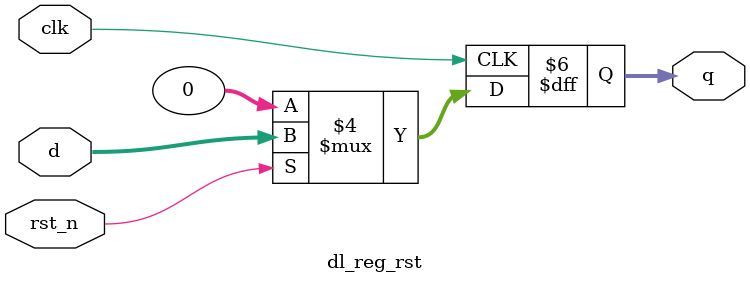
<source format=v>
/*  
    Filename: dl_reg_rst.v

    Paramterized register implementation w/ synchronous reset.
*/
//--------------------------------------------------------------

`ifndef __DL_REG_RST_V__
`define __DL_REG_RST_V__

module dl_reg_rst #(
    parameter   NUM_BITS = 32,
    parameter   RST_VAL = 0
)(
    input  wire                 clk,
    input  wire                 rst_n,
    input  wire [NUM_BITS-1:0]  d,
    output reg  [NUM_BITS-1:0]  q
);

    always @(posedge clk) begin
        if (!rst_n) begin
            q <= RST_VAL;
        end else begin
            q <= d;
        end
    end

endmodule

`endif // __DL_REG_RST_V__
</source>
